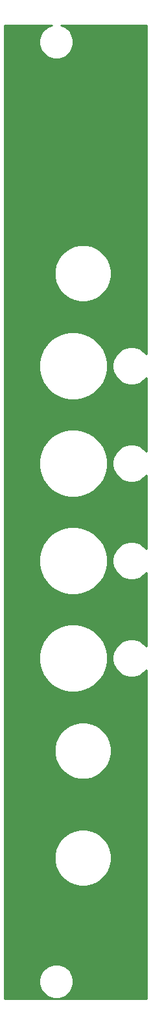
<source format=gbl>
G04 #@! TF.GenerationSoftware,KiCad,Pcbnew,5.1.7-a382d34a8~87~ubuntu18.04.1*
G04 #@! TF.CreationDate,2021-01-14T14:13:34+00:00*
G04 #@! TF.ProjectId,seq4.2-panel,73657134-2e32-42d7-9061-6e656c2e6b69,rev?*
G04 #@! TF.SameCoordinates,Original*
G04 #@! TF.FileFunction,Copper,L2,Bot*
G04 #@! TF.FilePolarity,Positive*
%FSLAX46Y46*%
G04 Gerber Fmt 4.6, Leading zero omitted, Abs format (unit mm)*
G04 Created by KiCad (PCBNEW 5.1.7-a382d34a8~87~ubuntu18.04.1) date 2021-01-14 14:13:34*
%MOMM*%
%LPD*%
G01*
G04 APERTURE LIST*
G04 #@! TA.AperFunction,NonConductor*
%ADD10C,0.254000*%
G04 #@! TD*
G04 #@! TA.AperFunction,NonConductor*
%ADD11C,0.100000*%
G04 #@! TD*
G04 APERTURE END LIST*
D10*
X108290408Y-40715200D02*
X107882000Y-40884368D01*
X107514443Y-41129961D01*
X107201861Y-41442543D01*
X106956268Y-41810100D01*
X106787100Y-42218508D01*
X106700858Y-42652071D01*
X106700858Y-43094129D01*
X106787100Y-43527692D01*
X106956268Y-43936100D01*
X107201861Y-44303657D01*
X107514443Y-44616239D01*
X107882000Y-44861832D01*
X108290408Y-45031000D01*
X108723971Y-45117242D01*
X109166029Y-45117242D01*
X109599592Y-45031000D01*
X110008000Y-44861832D01*
X110375557Y-44616239D01*
X110688139Y-44303657D01*
X110933732Y-43936100D01*
X111102900Y-43527692D01*
X111189142Y-43094129D01*
X111189142Y-42652071D01*
X111102900Y-42218508D01*
X110933732Y-41810100D01*
X110688139Y-41442543D01*
X110375557Y-41129961D01*
X110008000Y-40884368D01*
X109599592Y-40715200D01*
X109563898Y-40708100D01*
X120690000Y-40708100D01*
X120690000Y-83556830D01*
X120681391Y-83543945D01*
X120334155Y-83196709D01*
X119925849Y-82923887D01*
X119472163Y-82735964D01*
X118990533Y-82640162D01*
X118499467Y-82640162D01*
X118017837Y-82735964D01*
X117564151Y-82923887D01*
X117155845Y-83196709D01*
X116808609Y-83543945D01*
X116535787Y-83952251D01*
X116347864Y-84405937D01*
X116252062Y-84887567D01*
X116252062Y-85378633D01*
X116347864Y-85860263D01*
X116535787Y-86313949D01*
X116808609Y-86722255D01*
X117155845Y-87069491D01*
X117564151Y-87342313D01*
X118017837Y-87530236D01*
X118499467Y-87626038D01*
X118990533Y-87626038D01*
X119472163Y-87530236D01*
X119925849Y-87342313D01*
X120334155Y-87069491D01*
X120681391Y-86722255D01*
X120690000Y-86709370D01*
X120690000Y-96256830D01*
X120681391Y-96243945D01*
X120334155Y-95896709D01*
X119925849Y-95623887D01*
X119472163Y-95435964D01*
X118990533Y-95340162D01*
X118499467Y-95340162D01*
X118017837Y-95435964D01*
X117564151Y-95623887D01*
X117155845Y-95896709D01*
X116808609Y-96243945D01*
X116535787Y-96652251D01*
X116347864Y-97105937D01*
X116252062Y-97587567D01*
X116252062Y-98078633D01*
X116347864Y-98560263D01*
X116535787Y-99013949D01*
X116808609Y-99422255D01*
X117155845Y-99769491D01*
X117564151Y-100042313D01*
X118017837Y-100230236D01*
X118499467Y-100326038D01*
X118990533Y-100326038D01*
X119472163Y-100230236D01*
X119925849Y-100042313D01*
X120334155Y-99769491D01*
X120681391Y-99422255D01*
X120690000Y-99409370D01*
X120690001Y-108956830D01*
X120681391Y-108943945D01*
X120334155Y-108596709D01*
X119925849Y-108323887D01*
X119472163Y-108135964D01*
X118990533Y-108040162D01*
X118499467Y-108040162D01*
X118017837Y-108135964D01*
X117564151Y-108323887D01*
X117155845Y-108596709D01*
X116808609Y-108943945D01*
X116535787Y-109352251D01*
X116347864Y-109805937D01*
X116252062Y-110287567D01*
X116252062Y-110778633D01*
X116347864Y-111260263D01*
X116535787Y-111713949D01*
X116808609Y-112122255D01*
X117155845Y-112469491D01*
X117564151Y-112742313D01*
X118017837Y-112930236D01*
X118499467Y-113026038D01*
X118990533Y-113026038D01*
X119472163Y-112930236D01*
X119925849Y-112742313D01*
X120334155Y-112469491D01*
X120681391Y-112122255D01*
X120690001Y-112109370D01*
X120690001Y-121656830D01*
X120681391Y-121643945D01*
X120334155Y-121296709D01*
X119925849Y-121023887D01*
X119472163Y-120835964D01*
X118990533Y-120740162D01*
X118499467Y-120740162D01*
X118017837Y-120835964D01*
X117564151Y-121023887D01*
X117155845Y-121296709D01*
X116808609Y-121643945D01*
X116535787Y-122052251D01*
X116347864Y-122505937D01*
X116252062Y-122987567D01*
X116252062Y-123478633D01*
X116347864Y-123960263D01*
X116535787Y-124413949D01*
X116808609Y-124822255D01*
X117155845Y-125169491D01*
X117564151Y-125442313D01*
X118017837Y-125630236D01*
X118499467Y-125726038D01*
X118990533Y-125726038D01*
X119472163Y-125630236D01*
X119925849Y-125442313D01*
X120334155Y-125169491D01*
X120681391Y-124822255D01*
X120690001Y-124809370D01*
X120690001Y-167638100D01*
X102180000Y-167638100D01*
X102180000Y-165152071D01*
X106700858Y-165152071D01*
X106700858Y-165594129D01*
X106787100Y-166027692D01*
X106956268Y-166436100D01*
X107201861Y-166803657D01*
X107514443Y-167116239D01*
X107882000Y-167361832D01*
X108290408Y-167531000D01*
X108723971Y-167617242D01*
X109166029Y-167617242D01*
X109599592Y-167531000D01*
X110008000Y-167361832D01*
X110375557Y-167116239D01*
X110688139Y-166803657D01*
X110933732Y-166436100D01*
X111102900Y-166027692D01*
X111189142Y-165594129D01*
X111189142Y-165152071D01*
X111102900Y-164718508D01*
X110933732Y-164310100D01*
X110688139Y-163942543D01*
X110375557Y-163629961D01*
X110008000Y-163384368D01*
X109599592Y-163215200D01*
X109166029Y-163128958D01*
X108723971Y-163128958D01*
X108290408Y-163215200D01*
X107882000Y-163384368D01*
X107514443Y-163629961D01*
X107201861Y-163942543D01*
X106956268Y-164310100D01*
X106787100Y-164718508D01*
X106700858Y-165152071D01*
X102180000Y-165152071D01*
X102180000Y-148905046D01*
X108658081Y-148905046D01*
X108658081Y-149641154D01*
X108801689Y-150363119D01*
X109083386Y-151043195D01*
X109492346Y-151655247D01*
X110012853Y-152175754D01*
X110624905Y-152584714D01*
X111304981Y-152866411D01*
X112026946Y-153010019D01*
X112763054Y-153010019D01*
X113485019Y-152866411D01*
X114165095Y-152584714D01*
X114777147Y-152175754D01*
X115297654Y-151655247D01*
X115706614Y-151043195D01*
X115988311Y-150363119D01*
X116131919Y-149641154D01*
X116131919Y-148905046D01*
X115988311Y-148183081D01*
X115706614Y-147503005D01*
X115297654Y-146890953D01*
X114777147Y-146370446D01*
X114165095Y-145961486D01*
X113485019Y-145679789D01*
X112763054Y-145536181D01*
X112026946Y-145536181D01*
X111304981Y-145679789D01*
X110624905Y-145961486D01*
X110012853Y-146370446D01*
X109492346Y-146890953D01*
X109083386Y-147503005D01*
X108801689Y-148183081D01*
X108658081Y-148905046D01*
X102180000Y-148905046D01*
X102180000Y-134945046D01*
X108658081Y-134945046D01*
X108658081Y-135681154D01*
X108801689Y-136403119D01*
X109083386Y-137083195D01*
X109492346Y-137695247D01*
X110012853Y-138215754D01*
X110624905Y-138624714D01*
X111304981Y-138906411D01*
X112026946Y-139050019D01*
X112763054Y-139050019D01*
X113485019Y-138906411D01*
X114165095Y-138624714D01*
X114777147Y-138215754D01*
X115297654Y-137695247D01*
X115706614Y-137083195D01*
X115988311Y-136403119D01*
X116131919Y-135681154D01*
X116131919Y-134945046D01*
X115988311Y-134223081D01*
X115706614Y-133543005D01*
X115297654Y-132930953D01*
X114777147Y-132410446D01*
X114165095Y-132001486D01*
X113485019Y-131719789D01*
X112763054Y-131576181D01*
X112026946Y-131576181D01*
X111304981Y-131719789D01*
X110624905Y-132001486D01*
X110012853Y-132410446D01*
X109492346Y-132930953D01*
X109083386Y-133543005D01*
X108801689Y-134223081D01*
X108658081Y-134945046D01*
X102180000Y-134945046D01*
X102180000Y-122791533D01*
X106641693Y-122791533D01*
X106641693Y-123674667D01*
X106813984Y-124540832D01*
X107151945Y-125356742D01*
X107642588Y-126091042D01*
X108267058Y-126715512D01*
X109001358Y-127206155D01*
X109817268Y-127544116D01*
X110683433Y-127716407D01*
X111566567Y-127716407D01*
X112432732Y-127544116D01*
X113248642Y-127206155D01*
X113982942Y-126715512D01*
X114607412Y-126091042D01*
X115098055Y-125356742D01*
X115436016Y-124540832D01*
X115608307Y-123674667D01*
X115608307Y-122791533D01*
X115436016Y-121925368D01*
X115098055Y-121109458D01*
X114607412Y-120375158D01*
X113982942Y-119750688D01*
X113248642Y-119260045D01*
X112432732Y-118922084D01*
X111566567Y-118749793D01*
X110683433Y-118749793D01*
X109817268Y-118922084D01*
X109001358Y-119260045D01*
X108267058Y-119750688D01*
X107642588Y-120375158D01*
X107151945Y-121109458D01*
X106813984Y-121925368D01*
X106641693Y-122791533D01*
X102180000Y-122791533D01*
X102180000Y-110091533D01*
X106641693Y-110091533D01*
X106641693Y-110974667D01*
X106813984Y-111840832D01*
X107151945Y-112656742D01*
X107642588Y-113391042D01*
X108267058Y-114015512D01*
X109001358Y-114506155D01*
X109817268Y-114844116D01*
X110683433Y-115016407D01*
X111566567Y-115016407D01*
X112432732Y-114844116D01*
X113248642Y-114506155D01*
X113982942Y-114015512D01*
X114607412Y-113391042D01*
X115098055Y-112656742D01*
X115436016Y-111840832D01*
X115608307Y-110974667D01*
X115608307Y-110091533D01*
X115436016Y-109225368D01*
X115098055Y-108409458D01*
X114607412Y-107675158D01*
X113982942Y-107050688D01*
X113248642Y-106560045D01*
X112432732Y-106222084D01*
X111566567Y-106049793D01*
X110683433Y-106049793D01*
X109817268Y-106222084D01*
X109001358Y-106560045D01*
X108267058Y-107050688D01*
X107642588Y-107675158D01*
X107151945Y-108409458D01*
X106813984Y-109225368D01*
X106641693Y-110091533D01*
X102180000Y-110091533D01*
X102180000Y-97391533D01*
X106641693Y-97391533D01*
X106641693Y-98274667D01*
X106813984Y-99140832D01*
X107151945Y-99956742D01*
X107642588Y-100691042D01*
X108267058Y-101315512D01*
X109001358Y-101806155D01*
X109817268Y-102144116D01*
X110683433Y-102316407D01*
X111566567Y-102316407D01*
X112432732Y-102144116D01*
X113248642Y-101806155D01*
X113982942Y-101315512D01*
X114607412Y-100691042D01*
X115098055Y-99956742D01*
X115436016Y-99140832D01*
X115608307Y-98274667D01*
X115608307Y-97391533D01*
X115436016Y-96525368D01*
X115098055Y-95709458D01*
X114607412Y-94975158D01*
X113982942Y-94350688D01*
X113248642Y-93860045D01*
X112432732Y-93522084D01*
X111566567Y-93349793D01*
X110683433Y-93349793D01*
X109817268Y-93522084D01*
X109001358Y-93860045D01*
X108267058Y-94350688D01*
X107642588Y-94975158D01*
X107151945Y-95709458D01*
X106813984Y-96525368D01*
X106641693Y-97391533D01*
X102180000Y-97391533D01*
X102180000Y-84691533D01*
X106641693Y-84691533D01*
X106641693Y-85574667D01*
X106813984Y-86440832D01*
X107151945Y-87256742D01*
X107642588Y-87991042D01*
X108267058Y-88615512D01*
X109001358Y-89106155D01*
X109817268Y-89444116D01*
X110683433Y-89616407D01*
X111566567Y-89616407D01*
X112432732Y-89444116D01*
X113248642Y-89106155D01*
X113982942Y-88615512D01*
X114607412Y-87991042D01*
X115098055Y-87256742D01*
X115436016Y-86440832D01*
X115608307Y-85574667D01*
X115608307Y-84691533D01*
X115436016Y-83825368D01*
X115098055Y-83009458D01*
X114607412Y-82275158D01*
X113982942Y-81650688D01*
X113248642Y-81160045D01*
X112432732Y-80822084D01*
X111566567Y-80649793D01*
X110683433Y-80649793D01*
X109817268Y-80822084D01*
X109001358Y-81160045D01*
X108267058Y-81650688D01*
X107642588Y-82275158D01*
X107151945Y-83009458D01*
X106813984Y-83825368D01*
X106641693Y-84691533D01*
X102180000Y-84691533D01*
X102180000Y-72695046D01*
X108658081Y-72695046D01*
X108658081Y-73431154D01*
X108801689Y-74153119D01*
X109083386Y-74833195D01*
X109492346Y-75445247D01*
X110012853Y-75965754D01*
X110624905Y-76374714D01*
X111304981Y-76656411D01*
X112026946Y-76800019D01*
X112763054Y-76800019D01*
X113485019Y-76656411D01*
X114165095Y-76374714D01*
X114777147Y-75965754D01*
X115297654Y-75445247D01*
X115706614Y-74833195D01*
X115988311Y-74153119D01*
X116131919Y-73431154D01*
X116131919Y-72695046D01*
X115988311Y-71973081D01*
X115706614Y-71293005D01*
X115297654Y-70680953D01*
X114777147Y-70160446D01*
X114165095Y-69751486D01*
X113485019Y-69469789D01*
X112763054Y-69326181D01*
X112026946Y-69326181D01*
X111304981Y-69469789D01*
X110624905Y-69751486D01*
X110012853Y-70160446D01*
X109492346Y-70680953D01*
X109083386Y-71293005D01*
X108801689Y-71973081D01*
X108658081Y-72695046D01*
X102180000Y-72695046D01*
X102180000Y-40708100D01*
X108326102Y-40708100D01*
X108290408Y-40715200D01*
G04 #@! TA.AperFunction,NonConductor*
D11*
G36*
X108290408Y-40715200D02*
G01*
X107882000Y-40884368D01*
X107514443Y-41129961D01*
X107201861Y-41442543D01*
X106956268Y-41810100D01*
X106787100Y-42218508D01*
X106700858Y-42652071D01*
X106700858Y-43094129D01*
X106787100Y-43527692D01*
X106956268Y-43936100D01*
X107201861Y-44303657D01*
X107514443Y-44616239D01*
X107882000Y-44861832D01*
X108290408Y-45031000D01*
X108723971Y-45117242D01*
X109166029Y-45117242D01*
X109599592Y-45031000D01*
X110008000Y-44861832D01*
X110375557Y-44616239D01*
X110688139Y-44303657D01*
X110933732Y-43936100D01*
X111102900Y-43527692D01*
X111189142Y-43094129D01*
X111189142Y-42652071D01*
X111102900Y-42218508D01*
X110933732Y-41810100D01*
X110688139Y-41442543D01*
X110375557Y-41129961D01*
X110008000Y-40884368D01*
X109599592Y-40715200D01*
X109563898Y-40708100D01*
X120690000Y-40708100D01*
X120690000Y-83556830D01*
X120681391Y-83543945D01*
X120334155Y-83196709D01*
X119925849Y-82923887D01*
X119472163Y-82735964D01*
X118990533Y-82640162D01*
X118499467Y-82640162D01*
X118017837Y-82735964D01*
X117564151Y-82923887D01*
X117155845Y-83196709D01*
X116808609Y-83543945D01*
X116535787Y-83952251D01*
X116347864Y-84405937D01*
X116252062Y-84887567D01*
X116252062Y-85378633D01*
X116347864Y-85860263D01*
X116535787Y-86313949D01*
X116808609Y-86722255D01*
X117155845Y-87069491D01*
X117564151Y-87342313D01*
X118017837Y-87530236D01*
X118499467Y-87626038D01*
X118990533Y-87626038D01*
X119472163Y-87530236D01*
X119925849Y-87342313D01*
X120334155Y-87069491D01*
X120681391Y-86722255D01*
X120690000Y-86709370D01*
X120690000Y-96256830D01*
X120681391Y-96243945D01*
X120334155Y-95896709D01*
X119925849Y-95623887D01*
X119472163Y-95435964D01*
X118990533Y-95340162D01*
X118499467Y-95340162D01*
X118017837Y-95435964D01*
X117564151Y-95623887D01*
X117155845Y-95896709D01*
X116808609Y-96243945D01*
X116535787Y-96652251D01*
X116347864Y-97105937D01*
X116252062Y-97587567D01*
X116252062Y-98078633D01*
X116347864Y-98560263D01*
X116535787Y-99013949D01*
X116808609Y-99422255D01*
X117155845Y-99769491D01*
X117564151Y-100042313D01*
X118017837Y-100230236D01*
X118499467Y-100326038D01*
X118990533Y-100326038D01*
X119472163Y-100230236D01*
X119925849Y-100042313D01*
X120334155Y-99769491D01*
X120681391Y-99422255D01*
X120690000Y-99409370D01*
X120690001Y-108956830D01*
X120681391Y-108943945D01*
X120334155Y-108596709D01*
X119925849Y-108323887D01*
X119472163Y-108135964D01*
X118990533Y-108040162D01*
X118499467Y-108040162D01*
X118017837Y-108135964D01*
X117564151Y-108323887D01*
X117155845Y-108596709D01*
X116808609Y-108943945D01*
X116535787Y-109352251D01*
X116347864Y-109805937D01*
X116252062Y-110287567D01*
X116252062Y-110778633D01*
X116347864Y-111260263D01*
X116535787Y-111713949D01*
X116808609Y-112122255D01*
X117155845Y-112469491D01*
X117564151Y-112742313D01*
X118017837Y-112930236D01*
X118499467Y-113026038D01*
X118990533Y-113026038D01*
X119472163Y-112930236D01*
X119925849Y-112742313D01*
X120334155Y-112469491D01*
X120681391Y-112122255D01*
X120690001Y-112109370D01*
X120690001Y-121656830D01*
X120681391Y-121643945D01*
X120334155Y-121296709D01*
X119925849Y-121023887D01*
X119472163Y-120835964D01*
X118990533Y-120740162D01*
X118499467Y-120740162D01*
X118017837Y-120835964D01*
X117564151Y-121023887D01*
X117155845Y-121296709D01*
X116808609Y-121643945D01*
X116535787Y-122052251D01*
X116347864Y-122505937D01*
X116252062Y-122987567D01*
X116252062Y-123478633D01*
X116347864Y-123960263D01*
X116535787Y-124413949D01*
X116808609Y-124822255D01*
X117155845Y-125169491D01*
X117564151Y-125442313D01*
X118017837Y-125630236D01*
X118499467Y-125726038D01*
X118990533Y-125726038D01*
X119472163Y-125630236D01*
X119925849Y-125442313D01*
X120334155Y-125169491D01*
X120681391Y-124822255D01*
X120690001Y-124809370D01*
X120690001Y-167638100D01*
X102180000Y-167638100D01*
X102180000Y-165152071D01*
X106700858Y-165152071D01*
X106700858Y-165594129D01*
X106787100Y-166027692D01*
X106956268Y-166436100D01*
X107201861Y-166803657D01*
X107514443Y-167116239D01*
X107882000Y-167361832D01*
X108290408Y-167531000D01*
X108723971Y-167617242D01*
X109166029Y-167617242D01*
X109599592Y-167531000D01*
X110008000Y-167361832D01*
X110375557Y-167116239D01*
X110688139Y-166803657D01*
X110933732Y-166436100D01*
X111102900Y-166027692D01*
X111189142Y-165594129D01*
X111189142Y-165152071D01*
X111102900Y-164718508D01*
X110933732Y-164310100D01*
X110688139Y-163942543D01*
X110375557Y-163629961D01*
X110008000Y-163384368D01*
X109599592Y-163215200D01*
X109166029Y-163128958D01*
X108723971Y-163128958D01*
X108290408Y-163215200D01*
X107882000Y-163384368D01*
X107514443Y-163629961D01*
X107201861Y-163942543D01*
X106956268Y-164310100D01*
X106787100Y-164718508D01*
X106700858Y-165152071D01*
X102180000Y-165152071D01*
X102180000Y-148905046D01*
X108658081Y-148905046D01*
X108658081Y-149641154D01*
X108801689Y-150363119D01*
X109083386Y-151043195D01*
X109492346Y-151655247D01*
X110012853Y-152175754D01*
X110624905Y-152584714D01*
X111304981Y-152866411D01*
X112026946Y-153010019D01*
X112763054Y-153010019D01*
X113485019Y-152866411D01*
X114165095Y-152584714D01*
X114777147Y-152175754D01*
X115297654Y-151655247D01*
X115706614Y-151043195D01*
X115988311Y-150363119D01*
X116131919Y-149641154D01*
X116131919Y-148905046D01*
X115988311Y-148183081D01*
X115706614Y-147503005D01*
X115297654Y-146890953D01*
X114777147Y-146370446D01*
X114165095Y-145961486D01*
X113485019Y-145679789D01*
X112763054Y-145536181D01*
X112026946Y-145536181D01*
X111304981Y-145679789D01*
X110624905Y-145961486D01*
X110012853Y-146370446D01*
X109492346Y-146890953D01*
X109083386Y-147503005D01*
X108801689Y-148183081D01*
X108658081Y-148905046D01*
X102180000Y-148905046D01*
X102180000Y-134945046D01*
X108658081Y-134945046D01*
X108658081Y-135681154D01*
X108801689Y-136403119D01*
X109083386Y-137083195D01*
X109492346Y-137695247D01*
X110012853Y-138215754D01*
X110624905Y-138624714D01*
X111304981Y-138906411D01*
X112026946Y-139050019D01*
X112763054Y-139050019D01*
X113485019Y-138906411D01*
X114165095Y-138624714D01*
X114777147Y-138215754D01*
X115297654Y-137695247D01*
X115706614Y-137083195D01*
X115988311Y-136403119D01*
X116131919Y-135681154D01*
X116131919Y-134945046D01*
X115988311Y-134223081D01*
X115706614Y-133543005D01*
X115297654Y-132930953D01*
X114777147Y-132410446D01*
X114165095Y-132001486D01*
X113485019Y-131719789D01*
X112763054Y-131576181D01*
X112026946Y-131576181D01*
X111304981Y-131719789D01*
X110624905Y-132001486D01*
X110012853Y-132410446D01*
X109492346Y-132930953D01*
X109083386Y-133543005D01*
X108801689Y-134223081D01*
X108658081Y-134945046D01*
X102180000Y-134945046D01*
X102180000Y-122791533D01*
X106641693Y-122791533D01*
X106641693Y-123674667D01*
X106813984Y-124540832D01*
X107151945Y-125356742D01*
X107642588Y-126091042D01*
X108267058Y-126715512D01*
X109001358Y-127206155D01*
X109817268Y-127544116D01*
X110683433Y-127716407D01*
X111566567Y-127716407D01*
X112432732Y-127544116D01*
X113248642Y-127206155D01*
X113982942Y-126715512D01*
X114607412Y-126091042D01*
X115098055Y-125356742D01*
X115436016Y-124540832D01*
X115608307Y-123674667D01*
X115608307Y-122791533D01*
X115436016Y-121925368D01*
X115098055Y-121109458D01*
X114607412Y-120375158D01*
X113982942Y-119750688D01*
X113248642Y-119260045D01*
X112432732Y-118922084D01*
X111566567Y-118749793D01*
X110683433Y-118749793D01*
X109817268Y-118922084D01*
X109001358Y-119260045D01*
X108267058Y-119750688D01*
X107642588Y-120375158D01*
X107151945Y-121109458D01*
X106813984Y-121925368D01*
X106641693Y-122791533D01*
X102180000Y-122791533D01*
X102180000Y-110091533D01*
X106641693Y-110091533D01*
X106641693Y-110974667D01*
X106813984Y-111840832D01*
X107151945Y-112656742D01*
X107642588Y-113391042D01*
X108267058Y-114015512D01*
X109001358Y-114506155D01*
X109817268Y-114844116D01*
X110683433Y-115016407D01*
X111566567Y-115016407D01*
X112432732Y-114844116D01*
X113248642Y-114506155D01*
X113982942Y-114015512D01*
X114607412Y-113391042D01*
X115098055Y-112656742D01*
X115436016Y-111840832D01*
X115608307Y-110974667D01*
X115608307Y-110091533D01*
X115436016Y-109225368D01*
X115098055Y-108409458D01*
X114607412Y-107675158D01*
X113982942Y-107050688D01*
X113248642Y-106560045D01*
X112432732Y-106222084D01*
X111566567Y-106049793D01*
X110683433Y-106049793D01*
X109817268Y-106222084D01*
X109001358Y-106560045D01*
X108267058Y-107050688D01*
X107642588Y-107675158D01*
X107151945Y-108409458D01*
X106813984Y-109225368D01*
X106641693Y-110091533D01*
X102180000Y-110091533D01*
X102180000Y-97391533D01*
X106641693Y-97391533D01*
X106641693Y-98274667D01*
X106813984Y-99140832D01*
X107151945Y-99956742D01*
X107642588Y-100691042D01*
X108267058Y-101315512D01*
X109001358Y-101806155D01*
X109817268Y-102144116D01*
X110683433Y-102316407D01*
X111566567Y-102316407D01*
X112432732Y-102144116D01*
X113248642Y-101806155D01*
X113982942Y-101315512D01*
X114607412Y-100691042D01*
X115098055Y-99956742D01*
X115436016Y-99140832D01*
X115608307Y-98274667D01*
X115608307Y-97391533D01*
X115436016Y-96525368D01*
X115098055Y-95709458D01*
X114607412Y-94975158D01*
X113982942Y-94350688D01*
X113248642Y-93860045D01*
X112432732Y-93522084D01*
X111566567Y-93349793D01*
X110683433Y-93349793D01*
X109817268Y-93522084D01*
X109001358Y-93860045D01*
X108267058Y-94350688D01*
X107642588Y-94975158D01*
X107151945Y-95709458D01*
X106813984Y-96525368D01*
X106641693Y-97391533D01*
X102180000Y-97391533D01*
X102180000Y-84691533D01*
X106641693Y-84691533D01*
X106641693Y-85574667D01*
X106813984Y-86440832D01*
X107151945Y-87256742D01*
X107642588Y-87991042D01*
X108267058Y-88615512D01*
X109001358Y-89106155D01*
X109817268Y-89444116D01*
X110683433Y-89616407D01*
X111566567Y-89616407D01*
X112432732Y-89444116D01*
X113248642Y-89106155D01*
X113982942Y-88615512D01*
X114607412Y-87991042D01*
X115098055Y-87256742D01*
X115436016Y-86440832D01*
X115608307Y-85574667D01*
X115608307Y-84691533D01*
X115436016Y-83825368D01*
X115098055Y-83009458D01*
X114607412Y-82275158D01*
X113982942Y-81650688D01*
X113248642Y-81160045D01*
X112432732Y-80822084D01*
X111566567Y-80649793D01*
X110683433Y-80649793D01*
X109817268Y-80822084D01*
X109001358Y-81160045D01*
X108267058Y-81650688D01*
X107642588Y-82275158D01*
X107151945Y-83009458D01*
X106813984Y-83825368D01*
X106641693Y-84691533D01*
X102180000Y-84691533D01*
X102180000Y-72695046D01*
X108658081Y-72695046D01*
X108658081Y-73431154D01*
X108801689Y-74153119D01*
X109083386Y-74833195D01*
X109492346Y-75445247D01*
X110012853Y-75965754D01*
X110624905Y-76374714D01*
X111304981Y-76656411D01*
X112026946Y-76800019D01*
X112763054Y-76800019D01*
X113485019Y-76656411D01*
X114165095Y-76374714D01*
X114777147Y-75965754D01*
X115297654Y-75445247D01*
X115706614Y-74833195D01*
X115988311Y-74153119D01*
X116131919Y-73431154D01*
X116131919Y-72695046D01*
X115988311Y-71973081D01*
X115706614Y-71293005D01*
X115297654Y-70680953D01*
X114777147Y-70160446D01*
X114165095Y-69751486D01*
X113485019Y-69469789D01*
X112763054Y-69326181D01*
X112026946Y-69326181D01*
X111304981Y-69469789D01*
X110624905Y-69751486D01*
X110012853Y-70160446D01*
X109492346Y-70680953D01*
X109083386Y-71293005D01*
X108801689Y-71973081D01*
X108658081Y-72695046D01*
X102180000Y-72695046D01*
X102180000Y-40708100D01*
X108326102Y-40708100D01*
X108290408Y-40715200D01*
G37*
G04 #@! TD.AperFunction*
M02*

</source>
